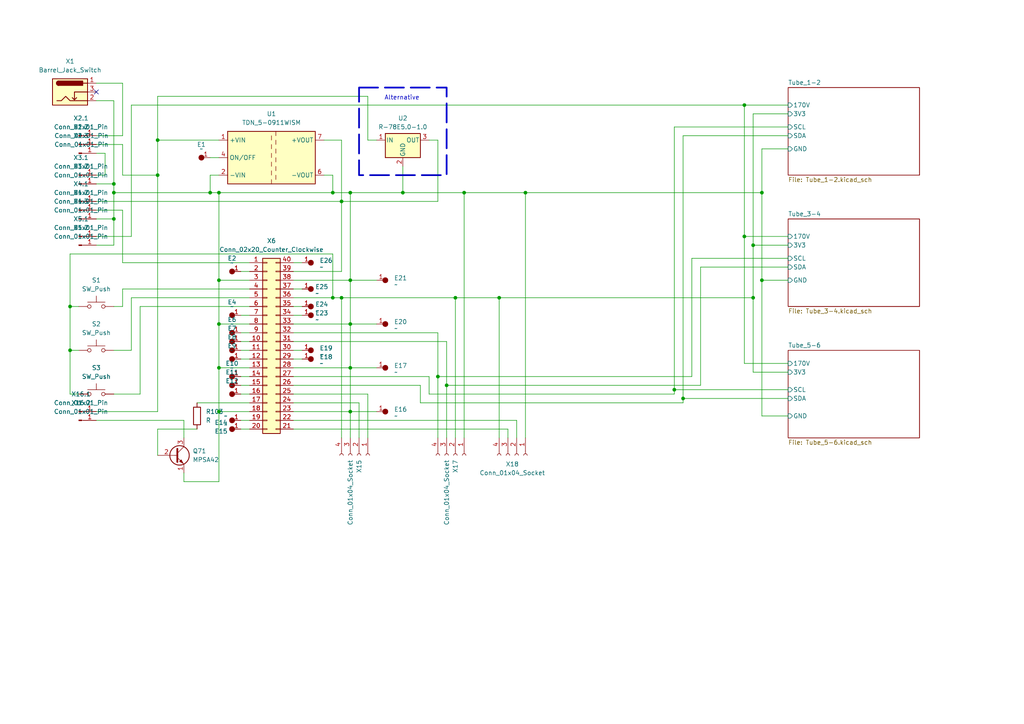
<source format=kicad_sch>
(kicad_sch (version 20231120) (generator "eeschema") (generator_version "8.0")
  (paper "A4")
  (lib_symbols
    (symbol "Connector:Barrel_Jack_Switch" (pin_names hide)
      (property "Reference" "J" (at 0 5.334 0))
      (property "Value" "Barrel_Jack_Switch" (at 0 -5.08 0))
      (symbol "Barrel_Jack_Switch_0_1"
        (rectangle (start -5.08 3.81) (end 5.08 -3.81) (stroke (width 0.254)) (fill (type background)))
        (arc (start -3.302 3.175) (mid -3.9343 2.54) (end -3.302 1.905) (stroke (width 0.254)))
        (arc (start -3.302 3.175) (mid -3.9343 2.54) (end -3.302 1.905) (stroke (width 0.254)) (fill (type outline)))
        (polyline (pts (xy 1.27 -2.286) (xy 1.905 -1.651)) (stroke (width 0.254)))
        (polyline (pts (xy 5.08 2.54) (xy 3.81 2.54)) (stroke (width 0.254)))
        (polyline (pts (xy 5.08 0) (xy 1.27 0) (xy 1.27 -2.286) (xy 0.635 -1.651)) (stroke (width 0.254)))
        (polyline (pts (xy -3.81 -2.54) (xy -2.54 -2.54) (xy -1.27 -1.27) (xy 0 -2.54) (xy 2.54 -2.54) (xy 5.08 -2.54)) (stroke (width 0.254)))
        (rectangle (start 3.683 3.175) (end -3.302 1.905) (stroke (width 0.254)) (fill (type outline)))
      )
      (symbol "Barrel_Jack_Switch_1_1"
        (pin passive line (at 7.62 2.54 180) (length 2.54) (name "~") (number "1"))
        (pin passive line (at 7.62 -2.54 180) (length 2.54) (name "~") (number "2"))
        (pin passive line (at 7.62 0 180) (length 2.54) (name "~") (number "3"))
      )
    )
    (symbol "Connector:Conn_01x01_Pin" (pin_names (offset 1.016) hide)
      (property "Reference" "J" (at 0 2.54 0))
      (property "Value" "Conn_01x01_Pin" (at 0 -2.54 0))
      (symbol "Conn_01x01_Pin_1_1"
        (polyline (pts (xy 1.27 0) (xy 0.8636 0)) (stroke (width 0.1524)))
        (rectangle (start 0.8636 0.127) (end 0 -0.127) (stroke (width 0.1524)) (fill (type outline)))
        (pin passive line (at 5.08 0 180) (length 3.81) (name "Pin_1") (number "1"))
      )
    )
    (symbol "Connector:Conn_01x04_Socket" (pin_names (offset 1.016) hide)
      (property "Reference" "J" (at 0 5.08 0))
      (property "Value" "Conn_01x04_Socket" (at 0 -7.62 0))
      (symbol "Conn_01x04_Socket_1_1"
        (arc (start 0 -4.572) (mid -0.5058 -5.08) (end 0 -5.588) (stroke (width 0.1524)))
        (arc (start 0 -2.032) (mid -0.5058 -2.54) (end 0 -3.048) (stroke (width 0.1524)))
        (polyline (pts (xy -1.27 -5.08) (xy -0.508 -5.08)) (stroke (width 0.1524)))
        (polyline (pts (xy -1.27 -2.54) (xy -0.508 -2.54)) (stroke (width 0.1524)))
        (polyline (pts (xy -1.27 0) (xy -0.508 0)) (stroke (width 0.1524)))
        (polyline (pts (xy -1.27 2.54) (xy -0.508 2.54)) (stroke (width 0.1524)))
        (arc (start 0 0.508) (mid -0.5058 0) (end 0 -0.508) (stroke (width 0.1524)))
        (arc (start 0 3.048) (mid -0.5058 2.54) (end 0 2.032) (stroke (width 0.1524)))
        (pin passive line (at -5.08 2.54 0) (length 3.81) (name "Pin_1") (number "1"))
        (pin passive line (at -5.08 0 0) (length 3.81) (name "Pin_2") (number "2"))
        (pin passive line (at -5.08 -2.54 0) (length 3.81) (name "Pin_3") (number "3"))
        (pin passive line (at -5.08 -5.08 0) (length 3.81) (name "Pin_4") (number "4"))
      )
    )
    (symbol "Connector_Generic:Conn_02x20_Counter_Clockwise" (pin_names (offset 1.016) hide)
      (property "Reference" "J" (at 1.27 25.4 0))
      (property "Value" "Conn_02x20_Counter_Clockwise" (at 1.27 -27.94 0))
      (symbol "Conn_02x20_Counter_Clockwise_1_1"
        (rectangle (start -1.27 -25.273) (end 0 -25.527) (stroke (width 0.1524)))
        (rectangle (start -1.27 -22.733) (end 0 -22.987) (stroke (width 0.1524)))
        (rectangle (start -1.27 -20.193) (end 0 -20.447) (stroke (width 0.1524)))
        (rectangle (start -1.27 -17.653) (end 0 -17.907) (stroke (width 0.1524)))
        (rectangle (start -1.27 -15.113) (end 0 -15.367) (stroke (width 0.1524)))
        (rectangle (start -1.27 -12.573) (end 0 -12.827) (stroke (width 0.1524)))
        (rectangle (start -1.27 -10.033) (end 0 -10.287) (stroke (width 0.1524)))
        (rectangle (start -1.27 -7.493) (end 0 -7.747) (stroke (width 0.1524)))
        (rectangle (start -1.27 -4.953) (end 0 -5.207) (stroke (width 0.1524)))
        (rectangle (start -1.27 -2.413) (end 0 -2.667) (stroke (width 0.1524)))
        (rectangle (start -1.27 0.127) (end 0 -0.127) (stroke (width 0.1524)))
        (rectangle (start -1.27 2.667) (end 0 2.413) (stroke (width 0.1524)))
        (rectangle (start -1.27 5.207) (end 0 4.953) (stroke (width 0.1524)))
        (rectangle (start -1.27 7.747) (end 0 7.493) (stroke (width 0.1524)))
        (rectangle (start -1.27 10.287) (end 0 10.033) (stroke (width 0.1524)))
        (rectangle (start -1.27 12.827) (end 0 12.573) (stroke (width 0.1524)))
        (rectangle (start -1.27 15.367) (end 0 15.113) (stroke (width 0.1524)))
        (rectangle (start -1.27 17.907) (end 0 17.653) (stroke (width 0.1524)))
        (rectangle (start -1.27 20.447) (end 0 20.193) (stroke (width 0.1524)))
        (rectangle (start -1.27 22.987) (end 0 22.733) (stroke (width 0.1524)))
        (rectangle (start -1.27 24.13) (end 3.81 -26.67) (stroke (width 0.254)) (fill (type background)))
        (rectangle (start 3.81 -25.273) (end 2.54 -25.527) (stroke (width 0.1524)))
        (rectangle (start 3.81 -22.733) (end 2.54 -22.987) (stroke (width 0.1524)))
        (rectangle (start 3.81 -20.193) (end 2.54 -20.447) (stroke (width 0.1524)))
        (rectangle (start 3.81 -17.653) (end 2.54 -17.907) (stroke (width 0.1524)))
        (rectangle (start 3.81 -15.113) (end 2.54 -15.367) (stroke (width 0.1524)))
        (rectangle (start 3.81 -12.573) (end 2.54 -12.827) (stroke (width 0.1524)))
        (rectangle (start 3.81 -10.033) (end 2.54 -10.287) (stroke (width 0.1524)))
        (rectangle (start 3.81 -7.493) (end 2.54 -7.747) (stroke (width 0.1524)))
        (rectangle (start 3.81 -4.953) (end 2.54 -5.207) (stroke (width 0.1524)))
        (rectangle (start 3.81 -2.413) (end 2.54 -2.667) (stroke (width 0.1524)))
        (rectangle (start 3.81 0.127) (end 2.54 -0.127) (stroke (width 0.1524)))
        (rectangle (start 3.81 2.667) (end 2.54 2.413) (stroke (width 0.1524)))
        (rectangle (start 3.81 5.207) (end 2.54 4.953) (stroke (width 0.1524)))
        (rectangle (start 3.81 7.747) (end 2.54 7.493) (stroke (width 0.1524)))
        (rectangle (start 3.81 10.287) (end 2.54 10.033) (stroke (width 0.1524)))
        (rectangle (start 3.81 12.827) (end 2.54 12.573) (stroke (width 0.1524)))
        (rectangle (start 3.81 15.367) (end 2.54 15.113) (stroke (width 0.1524)))
        (rectangle (start 3.81 17.907) (end 2.54 17.653) (stroke (width 0.1524)))
        (rectangle (start 3.81 20.447) (end 2.54 20.193) (stroke (width 0.1524)))
        (rectangle (start 3.81 22.987) (end 2.54 22.733) (stroke (width 0.1524)))
        (pin passive line (at -5.08 22.86 0) (length 3.81) (name "Pin_1") (number "1"))
        (pin passive line (at -5.08 0 0) (length 3.81) (name "Pin_10") (number "10"))
        (pin passive line (at -5.08 -2.54 0) (length 3.81) (name "Pin_11") (number "11"))
        (pin passive line (at -5.08 -5.08 0) (length 3.81) (name "Pin_12") (number "12"))
        (pin passive line (at -5.08 -7.62 0) (length 3.81) (name "Pin_13") (number "13"))
        (pin passive line (at -5.08 -10.16 0) (length 3.81) (name "Pin_14") (number "14"))
        (pin passive line (at -5.08 -12.7 0) (length 3.81) (name "Pin_15") (number "15"))
        (pin passive line (at -5.08 -15.24 0) (length 3.81) (name "Pin_16") (number "16"))
        (pin passive line (at -5.08 -17.78 0) (length 3.81) (name "Pin_17") (number "17"))
        (pin passive line (at -5.08 -20.32 0) (length 3.81) (name "Pin_18") (number "18"))
        (pin passive line (at -5.08 -22.86 0) (length 3.81) (name "Pin_19") (number "19"))
        (pin passive line (at -5.08 20.32 0) (length 3.81) (name "Pin_2") (number "2"))
        (pin passive line (at -5.08 -25.4 0) (length 3.81) (name "Pin_20") (number "20"))
        (pin passive line (at 7.62 -25.4 180) (length 3.81) (name "Pin_21") (number "21"))
        (pin passive line (at 7.62 -22.86 180) (length 3.81) (name "Pin_22") (number "22"))
        (pin passive line (at 7.62 -20.32 180) (length 3.81) (name "Pin_23") (number "23"))
        (pin passive line (at 7.62 -17.78 180) (length 3.81) (name "Pin_24") (number "24"))
        (pin passive line (at 7.62 -15.24 180) (length 3.81) (name "Pin_25") (number "25"))
        (pin passive line (at 7.62 -12.7 180) (length 3.81) (name "Pin_26") (number "26"))
        (pin passive line (at 7.62 -10.16 180) (length 3.81) (name "Pin_27") (number "27"))
        (pin passive line (at 7.62 -7.62 180) (length 3.81) (name "Pin_28") (number "28"))
        (pin passive line (at 7.62 -5.08 180) (length 3.81) (name "Pin_29") (number "29"))
        (pin passive line (at -5.08 17.78 0) (length 3.81) (name "Pin_3") (number "3"))
        (pin passive line (at 7.62 -2.54 180) (length 3.81) (name "Pin_30") (number "30"))
        (pin passive line (at 7.62 0 180) (length 3.81) (name "Pin_31") (number "31"))
        (pin passive line (at 7.62 2.54 180) (length 3.81) (name "Pin_32") (number "32"))
        (pin passive line (at 7.62 5.08 180) (length 3.81) (name "Pin_33") (number "33"))
        (pin passive line (at 7.62 7.62 180) (length 3.81) (name "Pin_34") (number "34"))
        (pin passive line (at 7.62 10.16 180) (length 3.81) (name "Pin_35") (number "35"))
        (pin passive line (at 7.62 12.7 180) (length 3.81) (name "Pin_36") (number "36"))
        (pin passive line (at 7.62 15.24 180) (length 3.81) (name "Pin_37") (number "37"))
        (pin passive line (at 7.62 17.78 180) (length 3.81) (name "Pin_38") (number "38"))
        (pin passive line (at 7.62 20.32 180) (length 3.81) (name "Pin_39") (number "39"))
        (pin passive line (at -5.08 15.24 0) (length 3.81) (name "Pin_4") (number "4"))
        (pin passive line (at 7.62 22.86 180) (length 3.81) (name "Pin_40") (number "40"))
        (pin passive line (at -5.08 12.7 0) (length 3.81) (name "Pin_5") (number "5"))
        (pin passive line (at -5.08 10.16 0) (length 3.81) (name "Pin_6") (number "6"))
        (pin passive line (at -5.08 7.62 0) (length 3.81) (name "Pin_7") (number "7"))
        (pin passive line (at -5.08 5.08 0) (length 3.81) (name "Pin_8") (number "8"))
        (pin passive line (at -5.08 2.54 0) (length 3.81) (name "Pin_9") (number "9"))
      )
    )
    (symbol "Device:R" (pin_numbers hide) (pin_names (offset 0))
      (property "Reference" "R" (at 2.032 0 90))
      (property "Value" "R" (at 0 0 90))
      (symbol "R_0_1"
        (rectangle (start -1.016 -2.54) (end 1.016 2.54) (stroke (width 0.254)))
      )
      (symbol "R_1_1"
        (pin passive line (at 0 3.81 270) (length 1.27) (name "~") (number "1"))
        (pin passive line (at 0 -3.81 90) (length 1.27) (name "~") (number "2"))
      )
    )
    (symbol "Nixie:Pin"
      (property "Reference" "E" (at 4.064 0 0))
      (symbol "Pin_0_1"
        (circle (center 2.54 0) (radius 0.75) (fill (type outline)))
      )
      (symbol "Pin_1_1"
        (pin bidirectional line (at 0 0 0) (length 2.54) (name "") (number "1"))
      )
    )
    (symbol "Regulator_Switching:R-78E5.0-1.0" (pin_names (offset 0.254))
      (property "Reference" "U" (at -3.81 3.175 0))
      (property "Value" "R-78E5.0-1.0" (at 0 3.175 0))
      (symbol "R-78E5.0-1.0_0_1"
        (rectangle (start -5.08 1.905) (end 5.08 -5.08) (stroke (width 0.254)) (fill (type background)))
      )
      (symbol "R-78E5.0-1.0_1_1"
        (pin power_in line (at -7.62 0 0) (length 2.54) (name "IN") (number "1"))
        (pin power_in line (at 0 -7.62 90) (length 2.54) (name "GND") (number "2"))
        (pin power_out line (at 7.62 0 180) (length 2.54) (name "OUT") (number "3"))
      )
    )
    (symbol "Regulator_Switching:TDN_5-0911WISM"
      (property "Reference" "U" (at -12.7 8.89 0))
      (property "Value" "TDN_5-0911WISM" (at 5.08 8.89 0))
      (symbol "TDN_5-0911WISM_0_1"
        (rectangle (start -12.7 7.62) (end 12.7 -7.62) (stroke (width 0.254)) (fill (type background)))
      )
      (symbol "TDN_5-0911WISM_1_1"
        (polyline (pts (xy 0 -6.35) (xy 0 -7.62)))
        (polyline (pts (xy 0 -3.81) (xy 0 -5.08)))
        (polyline (pts (xy 0 -1.27) (xy 0 -2.54)))
        (polyline (pts (xy 0 1.27) (xy 0 0)))
        (polyline (pts (xy 0 3.81) (xy 0 2.54)))
        (polyline (pts (xy 0 6.35) (xy 0 5.08)))
        (polyline (pts (xy 1.27 -5.08) (xy 1.27 -6.35)))
        (polyline (pts (xy 1.27 -2.54) (xy 1.27 -3.81)))
        (polyline (pts (xy 1.27 0) (xy 1.27 -1.27)))
        (polyline (pts (xy 1.27 2.54) (xy 1.27 1.27)))
        (polyline (pts (xy 1.27 5.08) (xy 1.27 3.81)))
        (polyline (pts (xy 1.27 7.62) (xy 1.27 6.35)))
        (pin power_in line (at -15.24 5.08 0) (length 2.54) (name "+VIN") (number "1"))
        (pin power_in line (at -15.24 -5.08 0) (length 2.54) (name "-VIN") (number "2"))
        (pin input line (at -15.24 0 0) (length 2.54) (name "ON/OFF") (number "4"))
        (pin no_connect line (at 12.7 2.54 180) (length 2.54) hide (name "NC") (number "5"))
        (pin power_out line (at 15.24 -5.08 180) (length 2.54) (name "-VOUT") (number "6"))
        (pin power_out line (at 15.24 5.08 180) (length 2.54) (name "+VOUT") (number "7"))
      )
    )
    (symbol "Switch:SW_Push" (pin_numbers hide) (pin_names (offset 1.016) hide)
      (property "Reference" "SW" (at 1.27 2.54 0))
      (property "Value" "SW_Push" (at 0 -1.524 0))
      (symbol "SW_Push_0_1"
        (circle (center -2.032 0) (radius 0.508))
        (polyline (pts (xy 0 1.27) (xy 0 3.048)))
        (polyline (pts (xy 2.54 1.27) (xy -2.54 1.27)))
        (circle (center 2.032 0) (radius 0.508))
        (pin passive line (at -5.08 0 0) (length 2.54) (name "1") (number "1"))
        (pin passive line (at 5.08 0 180) (length 2.54) (name "2") (number "2"))
      )
    )
    (symbol "Transistor_BJT:MPSA42" (pin_names (offset 1.016) hide)
      (property "Reference" "Q" (at 5.08 1.905 0))
      (property "Value" "MPSA42" (at 5.08 0 0))
      (symbol "MPSA42_0_1"
        (polyline (pts (xy 0 0) (xy 0.635 0)))
        (polyline (pts (xy 0.635 0.635) (xy 2.54 2.54)))
        (polyline (pts (xy 0.635 -0.635) (xy 2.54 -2.54) (xy 2.54 -2.54)))
        (polyline (pts (xy 0.635 1.905) (xy 0.635 -1.905) (xy 0.635 -1.905)) (stroke (width 0.508)))
        (polyline (pts (xy 1.27 -1.778) (xy 1.778 -1.27) (xy 2.286 -2.286) (xy 1.27 -1.778) (xy 1.27 -1.778)) (fill (type outline)))
        (circle (center 1.27 0) (radius 2.8194) (stroke (width 0.254)))
      )
      (symbol "MPSA42_1_1"
        (pin passive line (at 2.54 -5.08 90) (length 2.54) (name "E") (number "1"))
        (pin input line (at -5.08 0 0) (length 5.08) (name "B") (number "2"))
        (pin passive line (at 2.54 5.08 270) (length 2.54) (name "C") (number "3"))
      )
    )
  )
  (junction (at 215.9 30.48))
  (junction (at 220.98 55.88))
  (junction (at 33.02 63.5))
  (junction (at 152.4 55.88))
  (junction (at 20.32 88.9))
  (junction (at 218.44 86.36))
  (junction (at 63.5 55.88))
  (junction (at 144.78 86.36))
  (junction (at 101.6 106.68))
  (junction (at 101.6 81.28))
  (junction (at 220.98 81.28))
  (junction (at 60.96 55.88))
  (junction (at 198.12 115.57))
  (junction (at 63.5 106.68))
  (junction (at 63.5 81.28))
  (junction (at 45.72 40.64))
  (junction (at 215.9 68.58))
  (junction (at 101.6 119.38))
  (junction (at 116.84 55.88))
  (junction (at 63.5 93.98))
  (junction (at 129.54 111.76))
  (junction (at 96.52 55.88))
  (junction (at 20.32 101.6))
  (junction (at 134.62 55.88))
  (junction (at 33.02 55.88))
  (junction (at 132.08 86.36))
  (junction (at 127 109.22))
  (junction (at 99.06 58.42))
  (junction (at 63.5 119.38))
  (junction (at 45.72 50.8))
  (junction (at 218.44 71.12))
  (junction (at 195.58 113.03))
  (junction (at 33.02 53.34))
  (junction (at 101.6 55.88))
  (junction (at 99.06 86.36))
  (junction (at 101.6 93.98))
  (junction (at 96.52 86.36))
  (no_connect (at 27.94 26.67))
  (wire (pts (xy 101.6 81.28) (xy 101.6 55.88)))
  (wire (pts (xy 85.09 93.98) (xy 101.6 93.98)))
  (wire (pts (xy 35.56 24.13) (xy 35.56 39.37)))
  (wire (pts (xy 33.02 29.21) (xy 33.02 53.34)))
  (wire (pts (xy 69.85 78.74) (xy 72.39 78.74)))
  (wire (pts (xy 198.12 115.57) (xy 228.6 115.57)))
  (wire (pts (xy 198.12 39.37) (xy 228.6 39.37)))
  (wire (pts (xy 33.02 55.88) (xy 60.96 55.88)))
  (wire (pts (xy 127 109.22) (xy 200.66 109.22)))
  (wire (pts (xy 220.98 81.28) (xy 220.98 120.65)))
  (wire (pts (xy 101.6 119.38) (xy 101.6 127)))
  (wire (pts (xy 33.02 63.5) (xy 33.02 55.88)))
  (wire (pts (xy 195.58 113.03) (xy 228.6 113.03)))
  (wire (pts (xy 35.56 41.91) (xy 35.56 50.8)))
  (wire (pts (xy 53.34 139.7) (xy 63.5 139.7)))
  (wire (pts (xy 45.72 40.64) (xy 45.72 50.8)))
  (wire (pts (xy 63.5 106.68) (xy 72.39 106.68)))
  (wire (pts (xy 20.32 88.9) (xy 22.86 88.9)))
  (wire (pts (xy 85.09 88.9) (xy 87.63 88.9)))
  (wire (pts (xy 99.06 78.74) (xy 99.06 58.42)))
  (wire (pts (xy 215.9 30.48) (xy 228.6 30.48)))
  (wire (pts (xy 132.08 86.36) (xy 132.08 127)))
  (wire (pts (xy 60.96 55.88) (xy 63.5 55.88)))
  (wire (pts (xy 127 109.22) (xy 127 127)))
  (wire (pts (xy 85.09 124.46) (xy 147.32 124.46)))
  (wire (pts (xy 96.52 55.88) (xy 101.6 55.88)))
  (wire (pts (xy 63.5 119.38) (xy 72.39 119.38)))
  (wire (pts (xy 121.92 116.84) (xy 198.12 116.84)))
  (wire (pts (xy 101.6 81.28) (xy 101.6 93.98)))
  (wire (pts (xy 203.2 77.47) (xy 228.6 77.47)))
  (wire (pts (xy 215.9 105.41) (xy 228.6 105.41)))
  (wire (pts (xy 27.94 29.21) (xy 33.02 29.21)))
  (wire (pts (xy 45.72 124.46) (xy 57.15 124.46)))
  (wire (pts (xy 127 58.42) (xy 99.06 58.42)))
  (wire (pts (xy 116.84 48.26) (xy 116.84 55.88)))
  (wire (pts (xy 27.94 41.91) (xy 35.56 41.91)))
  (wire (pts (xy 27.94 68.58) (xy 38.1 68.58)))
  (wire (pts (xy 63.5 40.64) (xy 45.72 40.64)))
  (wire (pts (xy 124.46 109.22) (xy 124.46 114.3)))
  (wire (pts (xy 33.02 55.88) (xy 33.02 53.34)))
  (wire (pts (xy 72.39 76.2) (xy 35.56 76.2)))
  (wire (pts (xy 57.15 116.84) (xy 72.39 116.84)))
  (wire (pts (xy 20.32 114.3) (xy 22.86 114.3)))
  (wire (pts (xy 63.5 119.38) (xy 63.5 106.68)))
  (wire (pts (xy 35.56 39.37) (xy 27.94 39.37)))
  (wire (pts (xy 60.96 50.8) (xy 60.96 55.88)))
  (wire (pts (xy 63.5 81.28) (xy 63.5 93.98)))
  (wire (pts (xy 85.09 81.28) (xy 101.6 81.28)))
  (wire (pts (xy 144.78 86.36) (xy 144.78 127)))
  (wire (pts (xy 106.68 40.64) (xy 109.22 40.64)))
  (wire (pts (xy 85.09 101.6) (xy 87.63 101.6)))
  (wire (pts (xy 104.14 116.84) (xy 104.14 127)))
  (wire (pts (xy 218.44 86.36) (xy 218.44 107.95)))
  (wire (pts (xy 99.06 86.36) (xy 99.06 127)))
  (wire (pts (xy 69.85 96.52) (xy 72.39 96.52)))
  (wire (pts (xy 96.52 86.36) (xy 96.52 73.66)))
  (wire (pts (xy 200.66 74.93) (xy 200.66 109.22)))
  (wire (pts (xy 101.6 93.98) (xy 109.22 93.98)))
  (wire (pts (xy 215.9 68.58) (xy 228.6 68.58)))
  (wire (pts (xy 35.56 83.82) (xy 72.39 83.82)))
  (wire (pts (xy 53.34 121.92) (xy 53.34 127)))
  (wire (pts (xy 129.54 99.06) (xy 129.54 111.76)))
  (wire (pts (xy 30.48 44.45) (xy 30.48 50.8)))
  (wire (pts (xy 101.6 119.38) (xy 109.22 119.38)))
  (wire (pts (xy 195.58 36.83) (xy 195.58 113.03)))
  (wire (pts (xy 27.94 50.8) (xy 30.48 50.8)))
  (wire (pts (xy 85.09 116.84) (xy 104.14 116.84)))
  (wire (pts (xy 218.44 107.95) (xy 228.6 107.95)))
  (wire (pts (xy 116.84 55.88) (xy 134.62 55.88)))
  (wire (pts (xy 63.5 93.98) (xy 63.5 106.68)))
  (wire (pts (xy 85.09 106.68) (xy 101.6 106.68)))
  (wire (pts (xy 20.32 88.9) (xy 20.32 101.6)))
  (wire (pts (xy 69.85 121.92) (xy 72.39 121.92)))
  (wire (pts (xy 38.1 86.36) (xy 38.1 101.6)))
  (wire (pts (xy 63.5 81.28) (xy 72.39 81.28)))
  (wire (pts (xy 20.32 101.6) (xy 20.32 114.3)))
  (wire (pts (xy 93.98 50.8) (xy 96.52 50.8)))
  (wire (pts (xy 93.98 40.64) (xy 99.06 40.64)))
  (wire (pts (xy 63.5 93.98) (xy 72.39 93.98)))
  (wire (pts (xy 20.32 101.6) (xy 22.86 101.6)))
  (wire (pts (xy 33.02 71.12) (xy 33.02 63.5)))
  (wire (pts (xy 195.58 114.3) (xy 195.58 113.03)))
  (wire (pts (xy 20.32 73.66) (xy 20.32 88.9)))
  (wire (pts (xy 27.94 58.42) (xy 99.06 58.42)))
  (wire (pts (xy 63.5 139.7) (xy 63.5 119.38)))
  (wire (pts (xy 96.52 50.8) (xy 96.52 55.88)))
  (wire (pts (xy 129.54 111.76) (xy 203.2 111.76)))
  (wire (pts (xy 85.09 114.3) (xy 106.68 114.3)))
  (wire (pts (xy 45.72 119.38) (xy 45.72 50.8)))
  (wire (pts (xy 69.85 104.14) (xy 72.39 104.14)))
  (wire (pts (xy 69.85 114.3) (xy 72.39 114.3)))
  (wire (pts (xy 200.66 74.93) (xy 228.6 74.93)))
  (wire (pts (xy 215.9 68.58) (xy 215.9 105.41)))
  (wire (pts (xy 106.68 114.3) (xy 106.68 127)))
  (wire (pts (xy 38.1 86.36) (xy 72.39 86.36)))
  (wire (pts (xy 69.85 91.44) (xy 72.39 91.44)))
  (wire (pts (xy 220.98 43.18) (xy 220.98 55.88)))
  (wire (pts (xy 152.4 55.88) (xy 220.98 55.88)))
  (wire (pts (xy 85.09 78.74) (xy 99.06 78.74)))
  (wire (pts (xy 218.44 33.02) (xy 228.6 33.02)))
  (wire (pts (xy 35.56 60.96) (xy 27.94 60.96)))
  (wire (pts (xy 35.56 60.96) (xy 35.56 76.2)))
  (wire (pts (xy 53.34 137.16) (xy 53.34 139.7)))
  (wire (pts (xy 27.94 53.34) (xy 33.02 53.34)))
  (wire (pts (xy 85.09 104.14) (xy 87.63 104.14)))
  (wire (pts (xy 38.1 101.6) (xy 33.02 101.6)))
  (wire (pts (xy 101.6 55.88) (xy 116.84 55.88)))
  (wire (pts (xy 149.86 121.92) (xy 149.86 127)))
  (wire (pts (xy 134.62 55.88) (xy 152.4 55.88)))
  (wire (pts (xy 40.64 88.9) (xy 72.39 88.9)))
  (wire (pts (xy 60.96 45.72) (xy 63.5 45.72)))
  (wire (pts (xy 85.09 86.36) (xy 96.52 86.36)))
  (wire (pts (xy 127 96.52) (xy 127 109.22)))
  (wire (pts (xy 27.94 44.45) (xy 30.48 44.45)))
  (wire (pts (xy 195.58 36.83) (xy 228.6 36.83)))
  (wire (pts (xy 85.09 121.92) (xy 149.86 121.92)))
  (wire (pts (xy 27.94 71.12) (xy 33.02 71.12)))
  (wire (pts (xy 85.09 96.52) (xy 127 96.52)))
  (wire (pts (xy 220.98 120.65) (xy 228.6 120.65)))
  (wire (pts (xy 106.68 27.94) (xy 106.68 40.64)))
  (wire (pts (xy 129.54 111.76) (xy 129.54 127)))
  (wire (pts (xy 85.09 111.76) (xy 121.92 111.76)))
  (wire (pts (xy 101.6 106.68) (xy 101.6 119.38)))
  (wire (pts (xy 27.94 121.92) (xy 53.34 121.92)))
  (wire (pts (xy 220.98 43.18) (xy 228.6 43.18)))
  (wire (pts (xy 198.12 115.57) (xy 198.12 116.84)))
  (wire (pts (xy 20.32 73.66) (xy 96.52 73.66)))
  (wire (pts (xy 124.46 40.64) (xy 127 40.64)))
  (wire (pts (xy 38.1 30.48) (xy 215.9 30.48)))
  (wire (pts (xy 198.12 39.37) (xy 198.12 115.57)))
  (wire (pts (xy 99.06 40.64) (xy 99.06 58.42)))
  (wire (pts (xy 35.56 50.8) (xy 45.72 50.8)))
  (wire (pts (xy 218.44 71.12) (xy 228.6 71.12)))
  (wire (pts (xy 96.52 86.36) (xy 99.06 86.36)))
  (wire (pts (xy 33.02 114.3) (xy 40.64 114.3)))
  (wire (pts (xy 127 40.64) (xy 127 58.42)))
  (wire (pts (xy 203.2 77.47) (xy 203.2 111.76)))
  (wire (pts (xy 101.6 81.28) (xy 109.22 81.28)))
  (wire (pts (xy 228.6 81.28) (xy 220.98 81.28)))
  (wire (pts (xy 40.64 88.9) (xy 40.64 114.3)))
  (wire (pts (xy 218.44 33.02) (xy 218.44 71.12)))
  (wire (pts (xy 152.4 55.88) (xy 152.4 127)))
  (wire (pts (xy 85.09 83.82) (xy 87.63 83.82)))
  (wire (pts (xy 144.78 86.36) (xy 218.44 86.36)))
  (wire (pts (xy 101.6 106.68) (xy 109.22 106.68)))
  (wire (pts (xy 85.09 91.44) (xy 87.63 91.44)))
  (wire (pts (xy 220.98 55.88) (xy 220.98 81.28)))
  (wire (pts (xy 27.94 119.38) (xy 45.72 119.38)))
  (wire (pts (xy 63.5 55.88) (xy 63.5 81.28)))
  (wire (pts (xy 85.09 109.22) (xy 124.46 109.22)))
  (wire (pts (xy 85.09 76.2) (xy 87.63 76.2)))
  (wire (pts (xy 35.56 83.82) (xy 35.56 88.9)))
  (wire (pts (xy 45.72 132.08) (xy 45.72 124.46)))
  (wire (pts (xy 69.85 101.6) (xy 72.39 101.6)))
  (wire (pts (xy 99.06 86.36) (xy 132.08 86.36)))
  (wire (pts (xy 45.72 27.94) (xy 106.68 27.94)))
  (wire (pts (xy 63.5 55.88) (xy 96.52 55.88)))
  (wire (pts (xy 69.85 111.76) (xy 72.39 111.76)))
  (wire (pts (xy 69.85 124.46) (xy 72.39 124.46)))
  (wire (pts (xy 85.09 119.38) (xy 101.6 119.38)))
  (wire (pts (xy 69.85 109.22) (xy 72.39 109.22)))
  (wire (pts (xy 124.46 114.3) (xy 195.58 114.3)))
  (wire (pts (xy 85.09 99.06) (xy 129.54 99.06)))
  (wire (pts (xy 132.08 86.36) (xy 144.78 86.36)))
  (wire (pts (xy 69.85 99.06) (xy 72.39 99.06)))
  (wire (pts (xy 27.94 63.5) (xy 33.02 63.5)))
  (wire (pts (xy 215.9 30.48) (xy 215.9 68.58)))
  (wire (pts (xy 121.92 111.76) (xy 121.92 116.84)))
  (wire (pts (xy 101.6 93.98) (xy 101.6 106.68)))
  (wire (pts (xy 45.72 27.94) (xy 45.72 40.64)))
  (wire (pts (xy 35.56 88.9) (xy 33.02 88.9)))
  (wire (pts (xy 134.62 55.88) (xy 134.62 127)))
  (wire (pts (xy 63.5 50.8) (xy 60.96 50.8)))
  (wire (pts (xy 218.44 86.36) (xy 218.44 71.12)))
  (wire (pts (xy 27.94 24.13) (xy 35.56 24.13)))
  (wire (pts (xy 38.1 68.58) (xy 38.1 30.48)))
  (wire (pts (xy 147.32 124.46) (xy 147.32 127)))
  (rectangle (start 104.14 25.4) (end 129.54 50.8) (stroke (width 0.5) (type dash)))
  (text "Alternative" (at 116.586 28.448 0) (effects (font (size 1.27 1.27))))
  (symbol (lib_id "Nixie:Pin") (at 69.85 91.44 180) (unit 1)
    (property "Reference" "E4" (at 67.31 87.63 0))
    (property "Value" "~" (at 67.31 88.9 0))
    (property "Footprint" "Nixie:SingleHole" (effects (hide yes)))
  )
  (symbol (lib_id "Connector:Barrel_Jack_Switch") (at 20.32 26.67 0) (unit 1)
    (property "Reference" "X1" (at 20.32 17.78 0))
    (property "Value" "Barrel_Jack_Switch" (at 20.32 20.32 0))
    (property "Footprint" "Nixie:Socket_5-5" (effects (hide yes)))
    (property "Description" "DC Barrel Jack with an internal switch" (effects (hide yes)))
  )
  (symbol (lib_id "Connector:Conn_01x01_Pin") (at 22.86 50.8 0) (unit 1)
    (property "Reference" "X3.1" (at 23.495 45.72 0))
    (property "Value" "Conn_01x01_Pin" (at 23.495 48.26 0))
    (property "Footprint" "Nixie:Pin_D1.0mm_L10.0mm" (effects (hide yes)))
    (property "Description" "Generic connector, single row, 01x01, script generated" (effects (hide yes)))
  )
  (symbol (lib_id "Connector:Conn_01x01_Pin") (at 22.86 63.5 0) (unit 1)
    (property "Reference" "X4.3" (at 23.495 58.42 0))
    (property "Value" "Conn_01x01_Pin" (at 23.495 60.96 0))
    (property "Footprint" "Nixie:Pin_D1.0mm_L10.0mm" (effects (hide yes)))
    (property "Description" "Generic connector, single row, 01x01, script generated" (effects (hide yes)))
  )
  (symbol (lib_id "Nixie:Pin") (at 69.85 121.92 180) (unit 1)
    (property "Reference" "E14" (at 66.04 122.5551 0) (effects (justify left)))
    (property "Value" "~" (at 66.04 120.65 0) (effects (justify left)))
    (property "Footprint" "Nixie:SingleHole" (effects (hide yes)))
  )
  (symbol (lib_id "Connector:Conn_01x04_Socket") (at 149.86 132.08 270) (unit 1)
    (property "Reference" "X18" (at 148.59 134.62 90))
    (property "Value" "Conn_01x04_Socket" (at 148.59 137.16 90))
    (property "Footprint" "Nixie:Pinbar_1-4-f-d" (effects (hide yes)))
    (property "Description" "Generic connector, single row, 01x04, script generated" (effects (hide yes)))
  )
  (symbol (lib_id "Connector:Conn_01x01_Pin") (at 22.86 39.37 0) (unit 1)
    (property "Reference" "X2.1" (at 23.495 34.29 0))
    (property "Value" "Conn_01x01_Pin" (at 23.495 36.83 0))
    (property "Footprint" "Nixie:Pin_D1.0mm_L10.0mm" (effects (hide yes)))
    (property "Description" "Generic connector, single row, 01x01, script generated" (effects (hide yes)))
  )
  (symbol (lib_id "Nixie:Pin") (at 60.96 45.72 180) (unit 1)
    (property "Reference" "E1" (at 58.42 41.91 0))
    (property "Value" "~" (at 58.42 43.18 0))
    (property "Footprint" "Nixie:SingleHole" (effects (hide yes)))
  )
  (symbol (lib_id "Nixie:Pin") (at 69.85 78.74 180) (unit 1)
    (property "Reference" "E2" (at 67.31 74.93 0))
    (property "Value" "~" (at 67.31 76.2 0))
    (property "Footprint" "Nixie:SingleHole" (effects (hide yes)))
  )
  (symbol (lib_id "Nixie:Pin") (at 69.85 96.52 180) (unit 1)
    (property "Reference" "E6" (at 67.31 92.71 0))
    (property "Value" "~" (at 67.31 93.98 0))
    (property "Footprint" "Nixie:SingleHole" (effects (hide yes)))
  )
  (symbol (lib_id "Connector:Conn_01x01_Pin") (at 22.86 58.42 0) (unit 1)
    (property "Reference" "X4.1" (at 23.495 53.34 0))
    (property "Value" "Conn_01x01_Pin" (at 23.495 55.88 0))
    (property "Footprint" "Nixie:Pin_D1.0mm_L10.0mm" (effects (hide yes)))
    (property "Description" "Generic connector, single row, 01x01, script generated" (effects (hide yes)))
  )
  (symbol (lib_id "Nixie:Pin") (at 69.85 99.06 180) (unit 1)
    (property "Reference" "E7" (at 67.31 95.25 0))
    (property "Value" "~" (at 67.31 96.52 0))
    (property "Footprint" "Nixie:SingleHole" (effects (hide yes)))
  )
  (symbol (lib_id "Regulator_Switching:R-78E5.0-1.0") (at 116.84 40.64 0) (unit 1)
    (property "Reference" "U2" (at 116.84 34.29 0))
    (property "Value" "R-78E5.0-1.0" (at 116.84 36.83 0))
    (property "Footprint" "Nixie:DCDC_12V-5V-5W" (effects (hide yes)))
    (property "Datasheet" "https://www.recom-power.com/pdf/Innoline/R-78Exx-1.0.pdf" (effects (hide yes)))
    (property "Description" "1A Step-Down DC/DC-Regulator, 7-28V input, 5V fixed Output Voltage, LM78xx replacement, -40°C to +85°C, SIP3" (effects (hide yes)))
  )
  (symbol (lib_id "Connector_Generic:Conn_02x20_Counter_Clockwise") (at 77.47 99.06 0) (unit 1)
    (property "Reference" "X6" (at 78.74 69.85 0))
    (property "Value" "Conn_02x20_Counter_Clockwise" (at 78.74 72.39 0))
    (property "Footprint" "Nixie:Pinbar_1-20-f" (effects (hide yes)))
    (property "Description" "Generic connector, double row, 02x20, counter clockwise pin numbering scheme (similar to DIP package numbering), script generated (kicad-library-utils/schlib/autogen/connector/)" (effects (hide yes)))
  )
  (symbol (lib_id "Connector:Conn_01x01_Pin") (at 22.86 44.45 0) (unit 1)
    (property "Reference" "X2.3" (at 23.495 39.37 0))
    (property "Value" "Conn_01x01_Pin" (at 23.622 41.91 0))
    (property "Footprint" "Nixie:Pin_D1.0mm_L10.0mm" (effects (hide yes)))
    (property "Description" "Generic connector, single row, 01x01, script generated" (effects (hide yes)))
  )
  (symbol (lib_id "Connector:Conn_01x01_Pin") (at 22.86 119.38 0) (unit 1)
    (property "Reference" "X16.1" (at 23.495 114.3 0))
    (property "Value" "Conn_01x01_Pin" (at 23.495 116.84 0))
    (property "Footprint" "Nixie:Pin_D1.0mm_L10.0mm" (effects (hide yes)))
    (property "Description" "Generic connector, single row, 01x01, script generated" (effects (hide yes)))
  )
  (symbol (lib_id "Nixie:Pin") (at 87.63 91.44 0) (unit 1)
    (property "Reference" "E23" (at 91.44 90.8049 0) (effects (justify left)))
    (property "Value" "~" (at 91.44 92.71 0) (effects (justify left)))
    (property "Footprint" "Nixie:SingleHole" (effects (hide yes)))
  )
  (symbol (lib_id "Nixie:Pin") (at 69.85 104.14 180) (unit 1)
    (property "Reference" "E9" (at 67.31 100.33 0))
    (property "Value" "~" (at 67.31 101.6 0))
    (property "Footprint" "Nixie:SingleHole" (effects (hide yes)))
  )
  (symbol (lib_id "Regulator_Switching:TDN_5-0911WISM") (at 78.74 45.72 0) (unit 1)
    (property "Reference" "U1" (at 78.74 33.02 0))
    (property "Value" "TDN_5-0911WISM" (at 78.74 35.56 0))
    (property "Footprint" "Nixie:DCDC_12V-5V-3W" (effects (hide yes)))
    (property "Datasheet" "https://assets.tracopower.com/20190626081517/TDN5WISM/documents/tdn5wism-datasheet.pdf" (effects (hide yes)))
    (property "Description" "Input 4.5 to 13.2V, Output 5.0V" (effects (hide yes)))
  )
  (symbol (lib_id "Connector:Conn_01x01_Pin") (at 22.86 121.92 0) (unit 1)
    (property "Reference" "X16.2" (at 23.495 116.84 0))
    (property "Value" "Conn_01x01_Pin" (at 23.495 119.38 0))
    (property "Footprint" "Nixie:Pin_D1.0mm_L10.0mm" (effects (hide yes)))
    (property "Description" "Generic connector, single row, 01x01, script generated" (effects (hide yes)))
  )
  (symbol (lib_id "Nixie:Pin") (at 69.85 109.22 180) (unit 1)
    (property "Reference" "E10" (at 67.31 105.41 0))
    (property "Value" "~" (at 67.31 106.68 0))
    (property "Footprint" "Nixie:SingleHole" (effects (hide yes)))
  )
  (symbol (lib_id "Nixie:Pin") (at 109.22 119.38 0) (unit 1)
    (property "Reference" "E16" (at 114.3 118.7449 0) (effects (justify left)))
    (property "Value" "~" (at 114.3 120.65 0) (effects (justify left)))
    (property "Footprint" "Nixie:SingleHole" (effects (hide yes)))
  )
  (symbol (lib_id "Device:R") (at 57.15 120.65 0) (unit 1)
    (property "Reference" "R103" (at 59.69 119.3799 0) (effects (justify left)))
    (property "Value" "R" (at 59.69 121.9199 0) (effects (justify left)))
    (property "Footprint" "Nixie:Resistor-a" (effects (hide yes)))
    (property "Description" "Resistor" (effects (hide yes)))
  )
  (symbol (lib_id "Connector:Conn_01x01_Pin") (at 22.86 60.96 0) (unit 1)
    (property "Reference" "X4.2" (at 23.495 55.88 0))
    (property "Value" "Conn_01x01_Pin" (at 23.495 58.42 0))
    (property "Footprint" "Nixie:Pin_D1.0mm_L10.0mm" (effects (hide yes)))
    (property "Description" "Generic connector, single row, 01x01, script generated" (effects (hide yes)))
  )
  (symbol (lib_id "Nixie:Pin") (at 69.85 114.3 180) (unit 1)
    (property "Reference" "E12" (at 67.31 110.49 0))
    (property "Value" "~" (at 67.31 111.76 0))
    (property "Footprint" "Nixie:SingleHole" (effects (hide yes)))
  )
  (symbol (lib_id "Connector:Conn_01x01_Pin") (at 22.86 68.58 0) (unit 1)
    (property "Reference" "X5.1" (at 23.495 63.5 0))
    (property "Value" "Conn_01x01_Pin" (at 23.495 66.04 0))
    (property "Footprint" "Nixie:Pin_D1.0mm_L10.0mm" (effects (hide yes)))
    (property "Description" "Generic connector, single row, 01x01, script generated" (effects (hide yes)))
  )
  (symbol (lib_id "Switch:SW_Push") (at 27.94 114.3 0) (unit 1)
    (property "Reference" "S3" (at 27.94 106.68 0))
    (property "Value" "SW_Push" (at 27.94 109.22 0))
    (property "Footprint" "Nixie:Button" (effects (hide yes)))
    (property "Description" "Push button switch, generic, two pins" (effects (hide yes)))
  )
  (symbol (lib_id "Nixie:Pin") (at 87.63 76.2 0) (unit 1)
    (property "Reference" "E26" (at 92.71 75.5649 0) (effects (justify left)))
    (property "Value" "~" (at 92.71 77.47 0) (effects (justify left)))
    (property "Footprint" "Nixie:SingleHole" (effects (hide yes)))
  )
  (symbol (lib_id "Switch:SW_Push") (at 27.94 88.9 0) (unit 1)
    (property "Reference" "S1" (at 27.94 81.28 0))
    (property "Value" "SW_Push" (at 27.94 83.82 0))
    (property "Footprint" "Nixie:Button" (effects (hide yes)))
    (property "Description" "Push button switch, generic, two pins" (effects (hide yes)))
  )
  (symbol (lib_id "Connector:Conn_01x01_Pin") (at 22.86 41.91 0) (unit 1)
    (property "Reference" "X2.2" (at 23.495 36.83 0))
    (property "Value" "Conn_01x01_Pin" (at 23.622 39.37 0))
    (property "Footprint" "Nixie:Pin_D1.0mm_L10.0mm" (effects (hide yes)))
    (property "Description" "Generic connector, single row, 01x01, script generated" (effects (hide yes)))
  )
  (symbol (lib_id "Nixie:Pin") (at 109.22 106.68 0) (unit 1)
    (property "Reference" "E17" (at 114.3 106.0449 0) (effects (justify left)))
    (property "Value" "~" (at 114.3 107.95 0) (effects (justify left)))
    (property "Footprint" "Nixie:SingleHole" (effects (hide yes)))
  )
  (symbol (lib_id "Nixie:Pin") (at 87.63 88.9 0) (unit 1)
    (property "Reference" "E24" (at 91.44 88.2649 0) (effects (justify left)))
    (property "Value" "~" (at 91.44 90.17 0) (effects (justify left)))
    (property "Footprint" "Nixie:SingleHole" (effects (hide yes)))
  )
  (symbol (lib_id "Switch:SW_Push") (at 27.94 101.6 0) (unit 1)
    (property "Reference" "S2" (at 27.94 93.98 0))
    (property "Value" "SW_Push" (at 27.94 96.52 0))
    (property "Footprint" "Nixie:Button" (effects (hide yes)))
    (property "Description" "Push button switch, generic, two pins" (effects (hide yes)))
  )
  (symbol (lib_id "Nixie:Pin") (at 87.63 104.14 0) (unit 1)
    (property "Reference" "E18" (at 92.71 103.5049 0) (effects (justify left)))
    (property "Value" "~" (at 92.71 105.41 0) (effects (justify left)))
    (property "Footprint" "Nixie:SingleHole" (effects (hide yes)))
  )
  (symbol (lib_id "Nixie:Pin") (at 87.63 83.82 0) (unit 1)
    (property "Reference" "E25" (at 91.44 83.1849 0) (effects (justify left)))
    (property "Value" "~" (at 91.44 85.09 0) (effects (justify left)))
    (property "Footprint" "Nixie:SingleHole" (effects (hide yes)))
  )
  (symbol (lib_id "Nixie:Pin") (at 69.85 111.76 180) (unit 1)
    (property "Reference" "E11" (at 67.31 107.95 0))
    (property "Value" "~" (at 67.31 109.22 0))
    (property "Footprint" "Nixie:SingleHole" (effects (hide yes)))
  )
  (symbol (lib_id "Nixie:Pin") (at 109.22 81.28 0) (unit 1)
    (property "Reference" "E21" (at 114.3 80.6449 0) (effects (justify left)))
    (property "Value" "~" (at 114.3 82.55 0) (effects (justify left)))
    (property "Footprint" "Nixie:SingleHole" (effects (hide yes)))
  )
  (symbol (lib_id "Connector:Conn_01x01_Pin") (at 22.86 71.12 0) (unit 1)
    (property "Reference" "X5.2" (at 23.495 66.04 0))
    (property "Value" "Conn_01x01_Pin" (at 23.495 68.58 0))
    (property "Footprint" "Nixie:Pin_D1.0mm_L10.0mm" (effects (hide yes)))
    (property "Description" "Generic connector, single row, 01x01, script generated" (effects (hide yes)))
  )
  (symbol (lib_id "Nixie:Pin") (at 109.22 93.98 0) (unit 1)
    (property "Reference" "E20" (at 114.3 93.3449 0) (effects (justify left)))
    (property "Value" "~" (at 114.3 95.25 0) (effects (justify left)))
    (property "Footprint" "Nixie:SingleHole" (effects (hide yes)))
  )
  (symbol (lib_id "Connector:Conn_01x04_Socket") (at 104.14 132.08 270) (unit 1)
    (property "Reference" "X15" (at 104.1401 133.35 0) (effects (justify left)))
    (property "Value" "Conn_01x04_Socket" (at 101.6001 133.35 0) (effects (justify left)))
    (property "Footprint" "Nixie:Pinbar_1-4-f-b" (effects (hide yes)))
    (property "Description" "Generic connector, single row, 01x04, script generated" (effects (hide yes)))
  )
  (symbol (lib_id "Connector:Conn_01x04_Socket") (at 132.08 132.08 270) (unit 1)
    (property "Reference" "X17" (at 132.0801 133.35 0) (effects (justify left)))
    (property "Value" "Conn_01x04_Socket" (at 129.5401 133.35 0) (effects (justify left)))
    (property "Footprint" "Nixie:Pinbar_1-4-f-c" (effects (hide yes)))
    (property "Description" "Generic connector, single row, 01x04, script generated" (effects (hide yes)))
  )
  (symbol (lib_id "Nixie:Pin") (at 87.63 101.6 0) (unit 1)
    (property "Reference" "E19" (at 92.71 100.9649 0) (effects (justify left)))
    (property "Value" "~" (at 92.71 102.87 0) (effects (justify left)))
    (property "Footprint" "Nixie:SingleHole" (effects (hide yes)))
  )
  (symbol (lib_id "Connector:Conn_01x01_Pin") (at 22.86 53.34 0) (unit 1)
    (property "Reference" "X3.2" (at 23.495 48.26 0))
    (property "Value" "Conn_01x01_Pin" (at 23.495 50.8 0))
    (property "Footprint" "Nixie:Pin_D1.0mm_L10.0mm" (effects (hide yes)))
    (property "Description" "Generic connector, single row, 01x01, script generated" (effects (hide yes)))
  )
  (symbol (lib_id "Nixie:Pin") (at 69.85 101.6 180) (unit 1)
    (property "Reference" "E8" (at 67.31 97.79 0))
    (property "Value" "~" (at 67.31 99.06 0))
    (property "Footprint" "Nixie:SingleHole" (effects (hide yes)))
  )
  (symbol (lib_id "Transistor_BJT:MPSA42") (at 50.8 132.08 0) (unit 1)
    (property "Reference" "Q71" (at 55.88 130.8099 0) (effects (justify left)))
    (property "Value" "MPSA42" (at 55.88 133.3499 0) (effects (justify left)))
    (property "Footprint" "Nixie:MPSA-42" (effects (hide yes)))
    (property "Datasheet" "http://www.onsemi.com/pub_link/Collateral/MPSA42-D.PDF" (effects (hide yes)))
    (property "Description" "0.5A Ic, 300V Vce, NPN High Voltage Transistor, TO-92" (effects (hide yes)))
  )
  (symbol (lib_id "Nixie:Pin") (at 69.85 124.46 180) (unit 1)
    (property "Reference" "E15" (at 66.04 125.0951 0) (effects (justify left)))
    (property "Value" "~" (at 66.04 123.19 0) (effects (justify left)))
    (property "Footprint" "Nixie:SingleHole" (effects (hide yes)))
  )
  (sheet (at 228.6 63.5) (size 38.1 25.4) (stroke (width 0.1524))
    (property "Sheetname" "Tube_3-4" (at 228.6 62.7884 0) (effects (justify left bottom)))
    (property "Sheetfile" "Tube_3-4.kicad_sch" (at 228.6 89.4846 0) (effects (justify left top)))
    (pin "170V" input (at 228.6 68.58 180))
    (pin "GND" input (at 228.6 81.28 180))
    (pin "3V3" input (at 228.6 71.12 180))
    (pin "SCL" input (at 228.6 74.93 180))
    (pin "SDA" input (at 228.6 77.47 180))
  )
  (sheet (at 228.6 101.6) (size 38.1 25.4) (stroke (width 0.1524))
    (property "Sheetname" "Tube_5-6" (at 228.6 100.8884 0) (effects (justify left bottom)))
    (property "Sheetfile" "Tube_5-6.kicad_sch" (at 228.6 127.5846 0) (effects (justify left top)))
    (pin "GND" input (at 228.6 120.65 180))
    (pin "3V3" input (at 228.6 107.95 180))
    (pin "170V" input (at 228.6 105.41 180))
    (pin "SCL" input (at 228.6 113.03 180))
    (pin "SDA" input (at 228.6 115.57 180))
  )
  (sheet (at 228.6 25.4) (size 38.1 25.4) (stroke (width 0.1524))
    (property "Sheetname" "Tube_1-2" (at 228.6 24.6884 0) (effects (justify left bottom)))
    (property "Sheetfile" "Tube_1-2.kicad_sch" (at 228.6 51.3846 0) (effects (justify left top)))
    (pin "GND" input (at 228.6 43.18 180))
    (pin "3V3" input (at 228.6 33.02 180))
    (pin "170V" input (at 228.6 30.48 180))
    (pin "SCL" input (at 228.6 36.83 180))
    (pin "SDA" input (at 228.6 39.37 180))
  )
)
</source>
